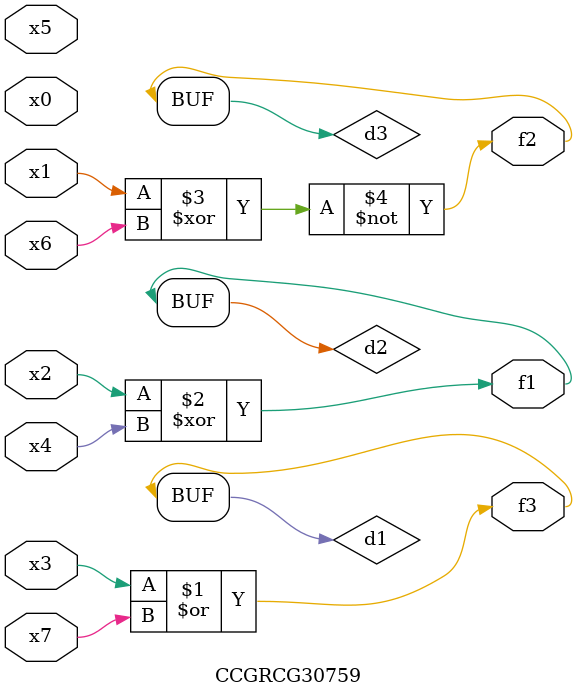
<source format=v>
module CCGRCG30759(
	input x0, x1, x2, x3, x4, x5, x6, x7,
	output f1, f2, f3
);

	wire d1, d2, d3;

	or (d1, x3, x7);
	xor (d2, x2, x4);
	xnor (d3, x1, x6);
	assign f1 = d2;
	assign f2 = d3;
	assign f3 = d1;
endmodule

</source>
